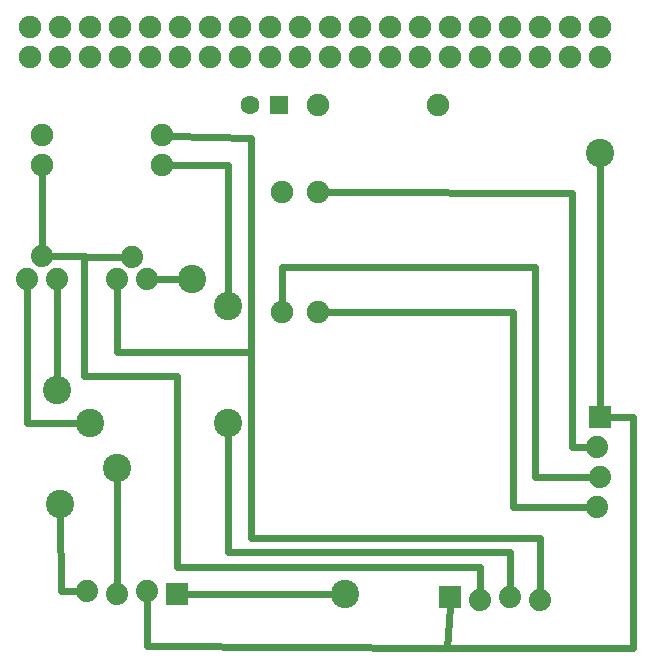
<source format=gbl>
G04 MADE WITH FRITZING*
G04 WWW.FRITZING.ORG*
G04 DOUBLE SIDED*
G04 HOLES PLATED*
G04 CONTOUR ON CENTER OF CONTOUR VECTOR*
%ASAXBY*%
%FSLAX23Y23*%
%MOIN*%
%OFA0B0*%
%SFA1.0B1.0*%
%ADD10C,0.094488*%
%ADD11C,0.075361*%
%ADD12C,0.062992*%
%ADD13C,0.075000*%
%ADD14C,0.074000*%
%ADD15R,0.062992X0.062992*%
%ADD16C,0.024000*%
%ADD17R,0.001000X0.001000*%
%LNCOPPER0*%
G90*
G70*
G54D10*
X2000Y1725D03*
X300Y825D03*
X640Y1305D03*
X190Y935D03*
X760Y825D03*
X760Y1215D03*
X390Y675D03*
X1150Y255D03*
X200Y555D03*
G54D11*
X100Y2045D03*
X200Y2045D03*
X300Y2045D03*
X400Y2045D03*
X500Y2045D03*
X600Y2045D03*
X700Y2045D03*
X800Y2045D03*
X900Y2045D03*
X1000Y2045D03*
X1100Y2045D03*
X1200Y2045D03*
X1300Y2045D03*
X1400Y2045D03*
X1500Y2045D03*
X1600Y2045D03*
X1700Y2045D03*
X1800Y2045D03*
X1900Y2045D03*
X2000Y2045D03*
X2000Y2145D03*
X1900Y2145D03*
X1800Y2145D03*
X1700Y2145D03*
X1600Y2145D03*
X1500Y2145D03*
X1400Y2145D03*
X1300Y2145D03*
X1200Y2145D03*
X1100Y2145D03*
X1000Y2145D03*
X900Y2145D03*
X800Y2145D03*
X700Y2145D03*
X600Y2145D03*
X500Y2145D03*
X400Y2145D03*
X300Y2145D03*
X200Y2145D03*
X100Y2145D03*
G54D12*
X930Y1885D03*
X832Y1885D03*
G54D13*
X1060Y1595D03*
X1060Y1195D03*
X940Y1595D03*
X940Y1195D03*
X140Y1685D03*
X540Y1685D03*
X140Y1785D03*
X540Y1785D03*
X1060Y1885D03*
X1460Y1885D03*
G54D14*
X2000Y845D03*
X1990Y745D03*
X2000Y645D03*
X1990Y545D03*
X590Y255D03*
X490Y265D03*
X390Y255D03*
X290Y265D03*
X1500Y245D03*
X1600Y235D03*
X1700Y245D03*
X1800Y235D03*
X390Y1305D03*
X440Y1380D03*
X490Y1305D03*
X89Y1307D03*
X139Y1382D03*
X189Y1307D03*
G54D15*
X930Y1885D03*
G54D16*
X760Y1685D02*
X569Y1685D01*
D02*
X760Y1242D02*
X760Y1685D01*
D02*
X590Y346D02*
X590Y984D01*
D02*
X590Y984D02*
X279Y984D01*
D02*
X1600Y346D02*
X590Y346D01*
D02*
X279Y984D02*
X280Y1380D01*
D02*
X1600Y266D02*
X1600Y346D01*
D02*
X280Y1380D02*
X413Y1380D01*
D02*
X140Y1657D02*
X139Y1409D01*
D02*
X413Y1380D02*
X166Y1382D01*
D02*
X1499Y214D02*
X1491Y75D01*
D02*
X1491Y75D02*
X2111Y75D01*
D02*
X2111Y75D02*
X2111Y845D01*
D02*
X1491Y75D02*
X490Y83D01*
D02*
X2111Y845D02*
X2031Y845D01*
D02*
X490Y83D02*
X490Y234D01*
D02*
X2000Y876D02*
X2000Y1698D01*
D02*
X838Y1775D02*
X569Y1784D01*
D02*
X390Y1063D02*
X838Y1063D01*
D02*
X838Y1063D02*
X838Y1775D01*
D02*
X390Y1278D02*
X390Y1063D01*
D02*
X89Y825D02*
X273Y825D01*
D02*
X89Y1280D02*
X89Y825D01*
D02*
X613Y1305D02*
X517Y1305D01*
D02*
X189Y1280D02*
X190Y962D01*
D02*
X390Y1063D02*
X390Y1278D01*
D02*
X838Y444D02*
X838Y1063D01*
D02*
X838Y1063D02*
X390Y1063D01*
D02*
X1801Y444D02*
X838Y444D01*
D02*
X1801Y266D02*
X1801Y444D01*
D02*
X760Y396D02*
X760Y798D01*
D02*
X1701Y396D02*
X760Y396D01*
D02*
X1700Y276D02*
X1701Y396D01*
D02*
X1908Y1594D02*
X1089Y1595D01*
D02*
X1908Y745D02*
X1908Y1594D01*
D02*
X1959Y745D02*
X1908Y745D01*
D02*
X940Y1347D02*
X940Y1224D01*
D02*
X1782Y1347D02*
X940Y1347D01*
D02*
X1782Y645D02*
X1782Y1347D01*
D02*
X1969Y645D02*
X1782Y645D01*
D02*
X1710Y1195D02*
X1089Y1195D01*
D02*
X1710Y545D02*
X1710Y1195D01*
D02*
X1959Y545D02*
X1710Y545D01*
D02*
X390Y286D02*
X390Y648D01*
D02*
X621Y255D02*
X1123Y255D01*
D02*
X203Y265D02*
X201Y528D01*
D02*
X259Y265D02*
X203Y265D01*
G54D17*
X1963Y882D02*
X2036Y882D01*
X1963Y881D02*
X2036Y881D01*
X1963Y880D02*
X2036Y880D01*
X1963Y879D02*
X2036Y879D01*
X1963Y878D02*
X2036Y878D01*
X1963Y877D02*
X2036Y877D01*
X1963Y876D02*
X2036Y876D01*
X1963Y875D02*
X2036Y875D01*
X1963Y874D02*
X2036Y874D01*
X1963Y873D02*
X2036Y873D01*
X1963Y872D02*
X2036Y872D01*
X1963Y871D02*
X2036Y871D01*
X1963Y870D02*
X2036Y870D01*
X1963Y869D02*
X2036Y869D01*
X1963Y868D02*
X2036Y868D01*
X1963Y867D02*
X2036Y867D01*
X1963Y866D02*
X2036Y866D01*
X1963Y865D02*
X1994Y865D01*
X2005Y865D02*
X2036Y865D01*
X1963Y864D02*
X1991Y864D01*
X2008Y864D02*
X2036Y864D01*
X1963Y863D02*
X1989Y863D01*
X2010Y863D02*
X2036Y863D01*
X1963Y862D02*
X1987Y862D01*
X2011Y862D02*
X2036Y862D01*
X1963Y861D02*
X1986Y861D01*
X2013Y861D02*
X2036Y861D01*
X1963Y860D02*
X1985Y860D01*
X2014Y860D02*
X2036Y860D01*
X1963Y859D02*
X1984Y859D01*
X2015Y859D02*
X2036Y859D01*
X1963Y858D02*
X1983Y858D01*
X2015Y858D02*
X2036Y858D01*
X1963Y857D02*
X1982Y857D01*
X2016Y857D02*
X2036Y857D01*
X1963Y856D02*
X1982Y856D01*
X2017Y856D02*
X2036Y856D01*
X1963Y855D02*
X1981Y855D01*
X2017Y855D02*
X2036Y855D01*
X1963Y854D02*
X1981Y854D01*
X2018Y854D02*
X2036Y854D01*
X1963Y853D02*
X1980Y853D01*
X2018Y853D02*
X2036Y853D01*
X1963Y852D02*
X1980Y852D01*
X2019Y852D02*
X2036Y852D01*
X1963Y851D02*
X1980Y851D01*
X2019Y851D02*
X2036Y851D01*
X1963Y850D02*
X1979Y850D01*
X2019Y850D02*
X2036Y850D01*
X1963Y849D02*
X1979Y849D01*
X2020Y849D02*
X2036Y849D01*
X1963Y848D02*
X1979Y848D01*
X2020Y848D02*
X2036Y848D01*
X1963Y847D02*
X1979Y847D01*
X2020Y847D02*
X2036Y847D01*
X1963Y846D02*
X1979Y846D01*
X2020Y846D02*
X2036Y846D01*
X1963Y845D02*
X1979Y845D01*
X2020Y845D02*
X2036Y845D01*
X1963Y844D02*
X1979Y844D01*
X2020Y844D02*
X2036Y844D01*
X1963Y843D02*
X1979Y843D01*
X2020Y843D02*
X2036Y843D01*
X1963Y842D02*
X1979Y842D01*
X2020Y842D02*
X2036Y842D01*
X1963Y841D02*
X1979Y841D01*
X2019Y841D02*
X2036Y841D01*
X1963Y840D02*
X1980Y840D01*
X2019Y840D02*
X2036Y840D01*
X1963Y839D02*
X1980Y839D01*
X2019Y839D02*
X2036Y839D01*
X1963Y838D02*
X1980Y838D01*
X2018Y838D02*
X2036Y838D01*
X1963Y837D02*
X1981Y837D01*
X2018Y837D02*
X2036Y837D01*
X1963Y836D02*
X1981Y836D01*
X2017Y836D02*
X2036Y836D01*
X1963Y835D02*
X1982Y835D01*
X2017Y835D02*
X2036Y835D01*
X1963Y834D02*
X1983Y834D01*
X2016Y834D02*
X2036Y834D01*
X1963Y833D02*
X1984Y833D01*
X2015Y833D02*
X2036Y833D01*
X1963Y832D02*
X1984Y832D01*
X2014Y832D02*
X2036Y832D01*
X1963Y831D02*
X1985Y831D01*
X2013Y831D02*
X2036Y831D01*
X1963Y830D02*
X1987Y830D01*
X2012Y830D02*
X2036Y830D01*
X1963Y829D02*
X1988Y829D01*
X2011Y829D02*
X2036Y829D01*
X1963Y828D02*
X1990Y828D01*
X2009Y828D02*
X2036Y828D01*
X1963Y827D02*
X1992Y827D01*
X2007Y827D02*
X2036Y827D01*
X1963Y826D02*
X1995Y826D01*
X2004Y826D02*
X2036Y826D01*
X1963Y825D02*
X2036Y825D01*
X1963Y824D02*
X2036Y824D01*
X1963Y823D02*
X2036Y823D01*
X1963Y822D02*
X2036Y822D01*
X1963Y821D02*
X2036Y821D01*
X1963Y820D02*
X2036Y820D01*
X1963Y819D02*
X2036Y819D01*
X1963Y818D02*
X2036Y818D01*
X1963Y817D02*
X2036Y817D01*
X1963Y816D02*
X2036Y816D01*
X1963Y815D02*
X2036Y815D01*
X1963Y814D02*
X2036Y814D01*
X1963Y813D02*
X2036Y813D01*
X1963Y812D02*
X2036Y812D01*
X1963Y811D02*
X2036Y811D01*
X1963Y810D02*
X2036Y810D01*
X1963Y809D02*
X2036Y809D01*
X553Y292D02*
X626Y292D01*
X553Y291D02*
X626Y291D01*
X553Y290D02*
X626Y290D01*
X553Y289D02*
X626Y289D01*
X553Y288D02*
X626Y288D01*
X553Y287D02*
X626Y287D01*
X553Y286D02*
X626Y286D01*
X553Y285D02*
X626Y285D01*
X553Y284D02*
X626Y284D01*
X553Y283D02*
X626Y283D01*
X553Y282D02*
X626Y282D01*
X1463Y282D02*
X1536Y282D01*
X553Y281D02*
X626Y281D01*
X1463Y281D02*
X1536Y281D01*
X553Y280D02*
X626Y280D01*
X1463Y280D02*
X1536Y280D01*
X553Y279D02*
X626Y279D01*
X1463Y279D02*
X1536Y279D01*
X553Y278D02*
X626Y278D01*
X1463Y278D02*
X1536Y278D01*
X553Y277D02*
X626Y277D01*
X1463Y277D02*
X1536Y277D01*
X553Y276D02*
X626Y276D01*
X1463Y276D02*
X1536Y276D01*
X553Y275D02*
X584Y275D01*
X595Y275D02*
X626Y275D01*
X1463Y275D02*
X1536Y275D01*
X553Y274D02*
X581Y274D01*
X598Y274D02*
X626Y274D01*
X1463Y274D02*
X1536Y274D01*
X553Y273D02*
X579Y273D01*
X600Y273D02*
X626Y273D01*
X1463Y273D02*
X1536Y273D01*
X553Y272D02*
X578Y272D01*
X602Y272D02*
X626Y272D01*
X1463Y272D02*
X1536Y272D01*
X553Y271D02*
X576Y271D01*
X603Y271D02*
X626Y271D01*
X1463Y271D02*
X1536Y271D01*
X553Y270D02*
X575Y270D01*
X604Y270D02*
X626Y270D01*
X1463Y270D02*
X1536Y270D01*
X553Y269D02*
X574Y269D01*
X605Y269D02*
X626Y269D01*
X1463Y269D02*
X1536Y269D01*
X553Y268D02*
X573Y268D01*
X606Y268D02*
X626Y268D01*
X1463Y268D02*
X1536Y268D01*
X553Y267D02*
X573Y267D01*
X607Y267D02*
X626Y267D01*
X1463Y267D02*
X1536Y267D01*
X553Y266D02*
X572Y266D01*
X607Y266D02*
X626Y266D01*
X1463Y266D02*
X1536Y266D01*
X553Y265D02*
X572Y265D01*
X608Y265D02*
X626Y265D01*
X1463Y265D02*
X1494Y265D01*
X1505Y265D02*
X1536Y265D01*
X553Y264D02*
X571Y264D01*
X608Y264D02*
X626Y264D01*
X1463Y264D02*
X1491Y264D01*
X1508Y264D02*
X1536Y264D01*
X553Y263D02*
X571Y263D01*
X609Y263D02*
X626Y263D01*
X1463Y263D02*
X1489Y263D01*
X1510Y263D02*
X1536Y263D01*
X553Y262D02*
X570Y262D01*
X609Y262D02*
X626Y262D01*
X1463Y262D02*
X1488Y262D01*
X1512Y262D02*
X1536Y262D01*
X553Y261D02*
X570Y261D01*
X609Y261D02*
X626Y261D01*
X1463Y261D02*
X1486Y261D01*
X1513Y261D02*
X1536Y261D01*
X553Y260D02*
X570Y260D01*
X610Y260D02*
X626Y260D01*
X1463Y260D02*
X1485Y260D01*
X1514Y260D02*
X1536Y260D01*
X553Y259D02*
X569Y259D01*
X610Y259D02*
X626Y259D01*
X1463Y259D02*
X1484Y259D01*
X1515Y259D02*
X1536Y259D01*
X553Y258D02*
X569Y258D01*
X610Y258D02*
X626Y258D01*
X1463Y258D02*
X1484Y258D01*
X1516Y258D02*
X1536Y258D01*
X553Y257D02*
X569Y257D01*
X610Y257D02*
X626Y257D01*
X1463Y257D02*
X1483Y257D01*
X1517Y257D02*
X1536Y257D01*
X553Y256D02*
X569Y256D01*
X610Y256D02*
X626Y256D01*
X1463Y256D02*
X1482Y256D01*
X1517Y256D02*
X1536Y256D01*
X553Y255D02*
X569Y255D01*
X610Y255D02*
X626Y255D01*
X1463Y255D02*
X1482Y255D01*
X1518Y255D02*
X1536Y255D01*
X553Y254D02*
X569Y254D01*
X610Y254D02*
X626Y254D01*
X1463Y254D02*
X1481Y254D01*
X1518Y254D02*
X1536Y254D01*
X553Y253D02*
X569Y253D01*
X610Y253D02*
X626Y253D01*
X1463Y253D02*
X1481Y253D01*
X1519Y253D02*
X1536Y253D01*
X553Y252D02*
X569Y252D01*
X610Y252D02*
X626Y252D01*
X1463Y252D02*
X1480Y252D01*
X1519Y252D02*
X1536Y252D01*
X553Y251D02*
X570Y251D01*
X610Y251D02*
X626Y251D01*
X1463Y251D02*
X1480Y251D01*
X1519Y251D02*
X1536Y251D01*
X553Y250D02*
X570Y250D01*
X609Y250D02*
X626Y250D01*
X1463Y250D02*
X1480Y250D01*
X1520Y250D02*
X1536Y250D01*
X553Y249D02*
X570Y249D01*
X609Y249D02*
X626Y249D01*
X1463Y249D02*
X1480Y249D01*
X1520Y249D02*
X1536Y249D01*
X553Y248D02*
X571Y248D01*
X609Y248D02*
X626Y248D01*
X1463Y248D02*
X1479Y248D01*
X1520Y248D02*
X1536Y248D01*
X553Y247D02*
X571Y247D01*
X608Y247D02*
X626Y247D01*
X1463Y247D02*
X1479Y247D01*
X1520Y247D02*
X1536Y247D01*
X553Y246D02*
X572Y246D01*
X608Y246D02*
X626Y246D01*
X1463Y246D02*
X1479Y246D01*
X1520Y246D02*
X1536Y246D01*
X553Y245D02*
X572Y245D01*
X607Y245D02*
X626Y245D01*
X1463Y245D02*
X1479Y245D01*
X1520Y245D02*
X1536Y245D01*
X553Y244D02*
X573Y244D01*
X606Y244D02*
X626Y244D01*
X1463Y244D02*
X1479Y244D01*
X1520Y244D02*
X1536Y244D01*
X553Y243D02*
X574Y243D01*
X605Y243D02*
X626Y243D01*
X1463Y243D02*
X1479Y243D01*
X1520Y243D02*
X1536Y243D01*
X553Y242D02*
X575Y242D01*
X605Y242D02*
X626Y242D01*
X1463Y242D02*
X1480Y242D01*
X1520Y242D02*
X1536Y242D01*
X553Y241D02*
X576Y241D01*
X604Y241D02*
X626Y241D01*
X1463Y241D02*
X1480Y241D01*
X1520Y241D02*
X1536Y241D01*
X553Y240D02*
X577Y240D01*
X602Y240D02*
X626Y240D01*
X1463Y240D02*
X1480Y240D01*
X1519Y240D02*
X1536Y240D01*
X553Y239D02*
X578Y239D01*
X601Y239D02*
X626Y239D01*
X1463Y239D02*
X1480Y239D01*
X1519Y239D02*
X1536Y239D01*
X553Y238D02*
X580Y238D01*
X599Y238D02*
X626Y238D01*
X1463Y238D02*
X1481Y238D01*
X1519Y238D02*
X1536Y238D01*
X553Y237D02*
X582Y237D01*
X597Y237D02*
X626Y237D01*
X1463Y237D02*
X1481Y237D01*
X1518Y237D02*
X1536Y237D01*
X553Y236D02*
X586Y236D01*
X593Y236D02*
X626Y236D01*
X1463Y236D02*
X1482Y236D01*
X1518Y236D02*
X1536Y236D01*
X553Y235D02*
X626Y235D01*
X1463Y235D02*
X1482Y235D01*
X1517Y235D02*
X1536Y235D01*
X553Y234D02*
X626Y234D01*
X1463Y234D02*
X1483Y234D01*
X1516Y234D02*
X1536Y234D01*
X553Y233D02*
X626Y233D01*
X1463Y233D02*
X1484Y233D01*
X1516Y233D02*
X1536Y233D01*
X553Y232D02*
X626Y232D01*
X1463Y232D02*
X1485Y232D01*
X1515Y232D02*
X1536Y232D01*
X553Y231D02*
X626Y231D01*
X1463Y231D02*
X1486Y231D01*
X1514Y231D02*
X1536Y231D01*
X553Y230D02*
X626Y230D01*
X1463Y230D02*
X1487Y230D01*
X1512Y230D02*
X1536Y230D01*
X553Y229D02*
X626Y229D01*
X1463Y229D02*
X1488Y229D01*
X1511Y229D02*
X1536Y229D01*
X553Y228D02*
X626Y228D01*
X1463Y228D02*
X1490Y228D01*
X1509Y228D02*
X1536Y228D01*
X553Y227D02*
X626Y227D01*
X1463Y227D02*
X1492Y227D01*
X1507Y227D02*
X1536Y227D01*
X553Y226D02*
X626Y226D01*
X1463Y226D02*
X1496Y226D01*
X1504Y226D02*
X1536Y226D01*
X553Y225D02*
X626Y225D01*
X1463Y225D02*
X1536Y225D01*
X553Y224D02*
X626Y224D01*
X1463Y224D02*
X1536Y224D01*
X553Y223D02*
X626Y223D01*
X1463Y223D02*
X1536Y223D01*
X553Y222D02*
X626Y222D01*
X1463Y222D02*
X1536Y222D01*
X553Y221D02*
X626Y221D01*
X1463Y221D02*
X1536Y221D01*
X553Y220D02*
X626Y220D01*
X1463Y220D02*
X1536Y220D01*
X553Y219D02*
X626Y219D01*
X1463Y219D02*
X1536Y219D01*
X1463Y218D02*
X1536Y218D01*
X1463Y217D02*
X1536Y217D01*
X1463Y216D02*
X1536Y216D01*
X1463Y215D02*
X1536Y215D01*
X1463Y214D02*
X1536Y214D01*
X1463Y213D02*
X1536Y213D01*
X1463Y212D02*
X1536Y212D01*
X1463Y211D02*
X1536Y211D01*
X1463Y210D02*
X1536Y210D01*
X1463Y209D02*
X1536Y209D01*
D02*
G04 End of Copper0*
M02*
</source>
